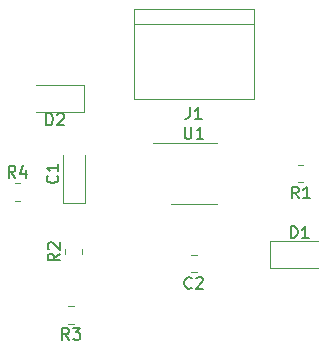
<source format=gbr>
%TF.GenerationSoftware,KiCad,Pcbnew,(6.0.10)*%
%TF.CreationDate,2023-02-23T16:05:32-08:00*%
%TF.ProjectId,lab4 Exercise 2,6c616234-2045-4786-9572-636973652032,rev?*%
%TF.SameCoordinates,Original*%
%TF.FileFunction,Legend,Top*%
%TF.FilePolarity,Positive*%
%FSLAX46Y46*%
G04 Gerber Fmt 4.6, Leading zero omitted, Abs format (unit mm)*
G04 Created by KiCad (PCBNEW (6.0.10)) date 2023-02-23 16:05:32*
%MOMM*%
%LPD*%
G01*
G04 APERTURE LIST*
%ADD10C,0.150000*%
%ADD11C,0.120000*%
G04 APERTURE END LIST*
D10*
%TO.C,J1*%
X152066666Y-95972380D02*
X152066666Y-96686666D01*
X152019047Y-96829523D01*
X151923809Y-96924761D01*
X151780952Y-96972380D01*
X151685714Y-96972380D01*
X153066666Y-96972380D02*
X152495238Y-96972380D01*
X152780952Y-96972380D02*
X152780952Y-95972380D01*
X152685714Y-96115238D01*
X152590476Y-96210476D01*
X152495238Y-96258095D01*
%TO.C,C2*%
X152233333Y-111257142D02*
X152185714Y-111304761D01*
X152042857Y-111352380D01*
X151947619Y-111352380D01*
X151804761Y-111304761D01*
X151709523Y-111209523D01*
X151661904Y-111114285D01*
X151614285Y-110923809D01*
X151614285Y-110780952D01*
X151661904Y-110590476D01*
X151709523Y-110495238D01*
X151804761Y-110400000D01*
X151947619Y-110352380D01*
X152042857Y-110352380D01*
X152185714Y-110400000D01*
X152233333Y-110447619D01*
X152614285Y-110447619D02*
X152661904Y-110400000D01*
X152757142Y-110352380D01*
X152995238Y-110352380D01*
X153090476Y-110400000D01*
X153138095Y-110447619D01*
X153185714Y-110542857D01*
X153185714Y-110638095D01*
X153138095Y-110780952D01*
X152566666Y-111352380D01*
X153185714Y-111352380D01*
%TO.C,R4*%
X137306269Y-101942380D02*
X136972936Y-101466190D01*
X136734840Y-101942380D02*
X136734840Y-100942380D01*
X137115793Y-100942380D01*
X137211031Y-100990000D01*
X137258650Y-101037619D01*
X137306269Y-101132857D01*
X137306269Y-101275714D01*
X137258650Y-101370952D01*
X137211031Y-101418571D01*
X137115793Y-101466190D01*
X136734840Y-101466190D01*
X138163412Y-101275714D02*
X138163412Y-101942380D01*
X137925316Y-100894761D02*
X137687221Y-101609047D01*
X138306269Y-101609047D01*
%TO.C,D2*%
X139901904Y-97502380D02*
X139901904Y-96502380D01*
X140140000Y-96502380D01*
X140282857Y-96550000D01*
X140378095Y-96645238D01*
X140425714Y-96740476D01*
X140473333Y-96930952D01*
X140473333Y-97073809D01*
X140425714Y-97264285D01*
X140378095Y-97359523D01*
X140282857Y-97454761D01*
X140140000Y-97502380D01*
X139901904Y-97502380D01*
X140854285Y-96597619D02*
X140901904Y-96550000D01*
X140997142Y-96502380D01*
X141235238Y-96502380D01*
X141330476Y-96550000D01*
X141378095Y-96597619D01*
X141425714Y-96692857D01*
X141425714Y-96788095D01*
X141378095Y-96930952D01*
X140806666Y-97502380D01*
X141425714Y-97502380D01*
%TO.C,R2*%
X141042380Y-108376666D02*
X140566190Y-108710000D01*
X141042380Y-108948095D02*
X140042380Y-108948095D01*
X140042380Y-108567142D01*
X140090000Y-108471904D01*
X140137619Y-108424285D01*
X140232857Y-108376666D01*
X140375714Y-108376666D01*
X140470952Y-108424285D01*
X140518571Y-108471904D01*
X140566190Y-108567142D01*
X140566190Y-108948095D01*
X140137619Y-107995714D02*
X140090000Y-107948095D01*
X140042380Y-107852857D01*
X140042380Y-107614761D01*
X140090000Y-107519523D01*
X140137619Y-107471904D01*
X140232857Y-107424285D01*
X140328095Y-107424285D01*
X140470952Y-107471904D01*
X141042380Y-108043333D01*
X141042380Y-107424285D01*
%TO.C,C1*%
X140847142Y-101766666D02*
X140894761Y-101814285D01*
X140942380Y-101957142D01*
X140942380Y-102052380D01*
X140894761Y-102195238D01*
X140799523Y-102290476D01*
X140704285Y-102338095D01*
X140513809Y-102385714D01*
X140370952Y-102385714D01*
X140180476Y-102338095D01*
X140085238Y-102290476D01*
X139990000Y-102195238D01*
X139942380Y-102052380D01*
X139942380Y-101957142D01*
X139990000Y-101814285D01*
X140037619Y-101766666D01*
X140942380Y-100814285D02*
X140942380Y-101385714D01*
X140942380Y-101100000D02*
X139942380Y-101100000D01*
X140085238Y-101195238D01*
X140180476Y-101290476D01*
X140228095Y-101385714D01*
%TO.C,R1*%
X161293333Y-103702380D02*
X160960000Y-103226190D01*
X160721904Y-103702380D02*
X160721904Y-102702380D01*
X161102857Y-102702380D01*
X161198095Y-102750000D01*
X161245714Y-102797619D01*
X161293333Y-102892857D01*
X161293333Y-103035714D01*
X161245714Y-103130952D01*
X161198095Y-103178571D01*
X161102857Y-103226190D01*
X160721904Y-103226190D01*
X162245714Y-103702380D02*
X161674285Y-103702380D01*
X161960000Y-103702380D02*
X161960000Y-102702380D01*
X161864761Y-102845238D01*
X161769523Y-102940476D01*
X161674285Y-102988095D01*
%TO.C,R3*%
X141846269Y-115667380D02*
X141512936Y-115191190D01*
X141274840Y-115667380D02*
X141274840Y-114667380D01*
X141655793Y-114667380D01*
X141751031Y-114715000D01*
X141798650Y-114762619D01*
X141846269Y-114857857D01*
X141846269Y-115000714D01*
X141798650Y-115095952D01*
X141751031Y-115143571D01*
X141655793Y-115191190D01*
X141274840Y-115191190D01*
X142179602Y-114667380D02*
X142798650Y-114667380D01*
X142465316Y-115048333D01*
X142608174Y-115048333D01*
X142703412Y-115095952D01*
X142751031Y-115143571D01*
X142798650Y-115238809D01*
X142798650Y-115476904D01*
X142751031Y-115572142D01*
X142703412Y-115619761D01*
X142608174Y-115667380D01*
X142322459Y-115667380D01*
X142227221Y-115619761D01*
X142179602Y-115572142D01*
%TO.C,U1*%
X151638095Y-97652380D02*
X151638095Y-98461904D01*
X151685714Y-98557142D01*
X151733333Y-98604761D01*
X151828571Y-98652380D01*
X152019047Y-98652380D01*
X152114285Y-98604761D01*
X152161904Y-98557142D01*
X152209523Y-98461904D01*
X152209523Y-97652380D01*
X153209523Y-98652380D02*
X152638095Y-98652380D01*
X152923809Y-98652380D02*
X152923809Y-97652380D01*
X152828571Y-97795238D01*
X152733333Y-97890476D01*
X152638095Y-97938095D01*
%TO.C,D1*%
X160621904Y-107052380D02*
X160621904Y-106052380D01*
X160860000Y-106052380D01*
X161002857Y-106100000D01*
X161098095Y-106195238D01*
X161145714Y-106290476D01*
X161193333Y-106480952D01*
X161193333Y-106623809D01*
X161145714Y-106814285D01*
X161098095Y-106909523D01*
X161002857Y-107004761D01*
X160860000Y-107052380D01*
X160621904Y-107052380D01*
X162145714Y-107052380D02*
X161574285Y-107052380D01*
X161860000Y-107052380D02*
X161860000Y-106052380D01*
X161764761Y-106195238D01*
X161669523Y-106290476D01*
X161574285Y-106338095D01*
D11*
%TO.C,J1*%
X147320000Y-95250000D02*
X157480000Y-95250000D01*
X147320000Y-87630000D02*
X147320000Y-95250000D01*
X147320000Y-88900000D02*
X157480000Y-88900000D01*
X157480000Y-95250000D02*
X157480000Y-87630000D01*
X157480000Y-87630000D02*
X147320000Y-87630000D01*
%TO.C,C2*%
X152661252Y-108485000D02*
X152138748Y-108485000D01*
X152661252Y-109955000D02*
X152138748Y-109955000D01*
%TO.C,R4*%
X137245872Y-103875000D02*
X137700000Y-103875000D01*
X137245872Y-102405000D02*
X137700000Y-102405000D01*
%TO.C,D2*%
X143100000Y-94095000D02*
X139040000Y-94095000D01*
X139040000Y-96365000D02*
X143100000Y-96365000D01*
X143100000Y-96365000D02*
X143100000Y-94095000D01*
%TO.C,R2*%
X142975000Y-108437064D02*
X142975000Y-107982936D01*
X141505000Y-108437064D02*
X141505000Y-107982936D01*
%TO.C,C1*%
X143175000Y-104085000D02*
X143175000Y-100000000D01*
X141305000Y-104085000D02*
X143175000Y-104085000D01*
X141305000Y-100000000D02*
X141305000Y-104085000D01*
%TO.C,R1*%
X161687064Y-102335000D02*
X161232936Y-102335000D01*
X161687064Y-100865000D02*
X161232936Y-100865000D01*
%TO.C,R3*%
X142240000Y-114300000D02*
X141785872Y-114300000D01*
X142240000Y-112830000D02*
X141785872Y-112830000D01*
%TO.C,U1*%
X152400000Y-99040000D02*
X154350000Y-99040000D01*
X152400000Y-104160000D02*
X150450000Y-104160000D01*
X152400000Y-104160000D02*
X154350000Y-104160000D01*
X152400000Y-99040000D02*
X148950000Y-99040000D01*
%TO.C,D1*%
X162960000Y-107285000D02*
X158900000Y-107285000D01*
X158900000Y-107285000D02*
X158900000Y-109555000D01*
X158900000Y-109555000D02*
X162960000Y-109555000D01*
%TD*%
M02*

</source>
